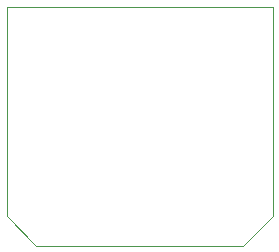
<source format=gbr>
%TF.GenerationSoftware,KiCad,Pcbnew,(5.1.6)-1*%
%TF.CreationDate,2020-11-03T09:27:13+01:00*%
%TF.ProjectId,SD-card adapter,53442d63-6172-4642-9061-646170746572,rev?*%
%TF.SameCoordinates,Original*%
%TF.FileFunction,Profile,NP*%
%FSLAX46Y46*%
G04 Gerber Fmt 4.6, Leading zero omitted, Abs format (unit mm)*
G04 Created by KiCad (PCBNEW (5.1.6)-1) date 2020-11-03 09:27:13*
%MOMM*%
%LPD*%
G01*
G04 APERTURE LIST*
%TA.AperFunction,Profile*%
%ADD10C,0.050000*%
%TD*%
G04 APERTURE END LIST*
D10*
X137500000Y-59000000D02*
X140000000Y-56500000D01*
X117500000Y-56500000D02*
X120000000Y-59000000D01*
X117500000Y-38750000D02*
X117500000Y-39750000D01*
X140000000Y-38750000D02*
X117500000Y-38750000D01*
X140000000Y-56500000D02*
X140000000Y-38750000D01*
X120000000Y-59000000D02*
X137500000Y-59000000D01*
X117500000Y-39750000D02*
X117500000Y-56500000D01*
M02*

</source>
